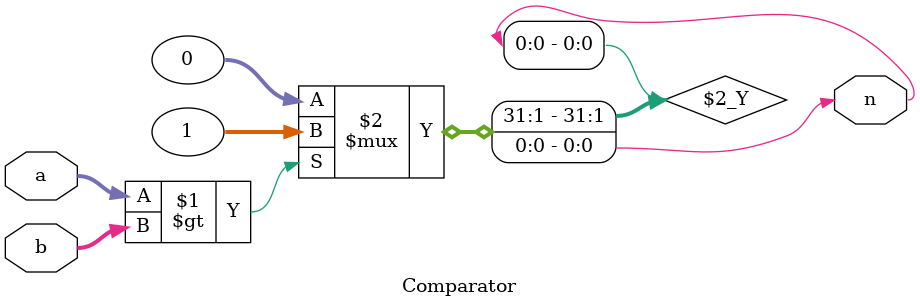
<source format=v>
module Comparator (a,b,n);
    input [3:0] a,b;
    output n;

   assign n = (a>b)? 1:0;
		
endmodule

</source>
